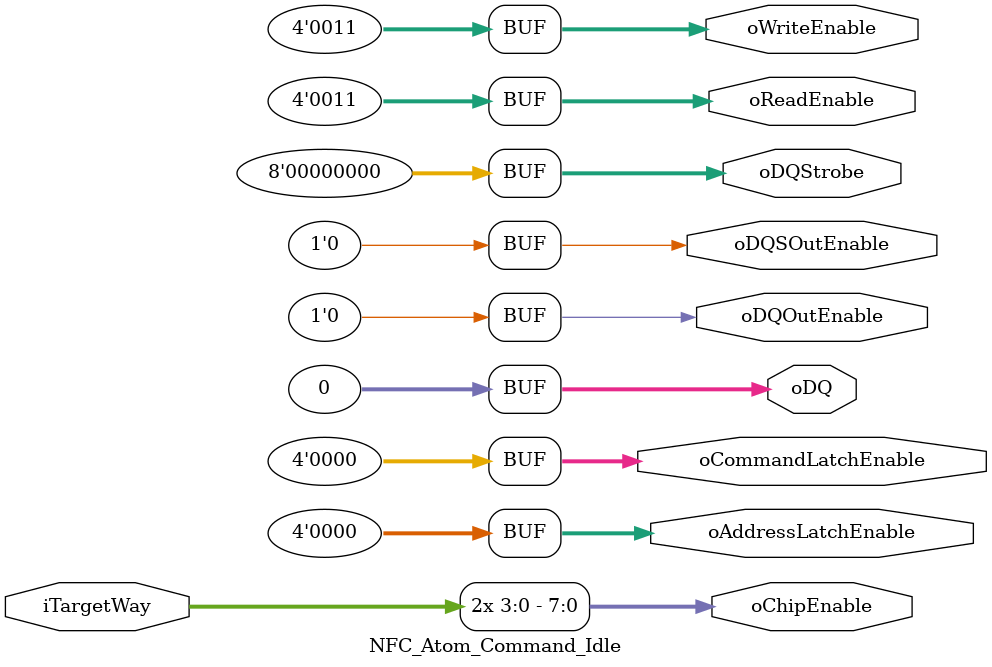
<source format=v>

`timescale 1ns / 1ps

module NFC_Atom_Command_Idle
#
(
    parameter NumberOfWays    =   4
)
(
    iTargetWay              ,

    oDQSOutEnable           ,
    oDQOutEnable            ,
    oDQStrobe               ,
    oDQ                     ,
    oChipEnable             ,
    oReadEnable             ,
    oWriteEnable            ,
    oAddressLatchEnable     ,
    oCommandLatchEnable  
);
    input   [NumberOfWays - 1:0]    iTargetWay              ;

    output                          oDQSOutEnable           ;
    output                          oDQOutEnable            ;

    output  [7:0]                   oDQStrobe               ;
    output  [31:0]                  oDQ                     ;
    output  [2*NumberOfWays - 1:0]  oChipEnable             ;
    output  [3:0]                   oReadEnable             ;
    output  [3:0]                   oWriteEnable            ;
    output  [3:0]                   oAddressLatchEnable     ;
    output  [3:0]                   oCommandLatchEnable     ;

    localparam Write_Valid = 4'b0010;
    localparam Write_Idle  = 4'b0011;

    localparam Out_Enable  = 0;
    localparam Out_Disable = 1;

    assign oDQSOutEnable       = Out_Enable ;
    assign oDQOutEnable        = Out_Enable ;   
    
    assign oDQStrobe           = 8'h0       ;   
    assign oDQ                 = 32'h0000   ;   
    assign oChipEnable         = { iTargetWay,iTargetWay };   
    assign oReadEnable         = 4'b0011    ;   
    assign oWriteEnable        = Write_Idle ;   
    assign oAddressLatchEnable = 4'h0       ;   
    assign oCommandLatchEnable = 4'h0       ; 

endmodule

</source>
